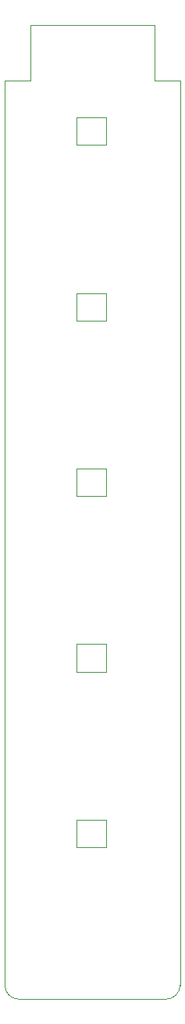
<source format=gm1>
G04 #@! TF.GenerationSoftware,KiCad,Pcbnew,7.0.8*
G04 #@! TF.CreationDate,2023-10-21T22:23:39-07:00*
G04 #@! TF.ProjectId,Seismos_5-Key,53656973-6d6f-4735-9f35-2d4b65792e6b,rev?*
G04 #@! TF.SameCoordinates,Original*
G04 #@! TF.FileFunction,Profile,NP*
%FSLAX46Y46*%
G04 Gerber Fmt 4.6, Leading zero omitted, Abs format (unit mm)*
G04 Created by KiCad (PCBNEW 7.0.8) date 2023-10-21 22:23:39*
%MOMM*%
%LPD*%
G01*
G04 APERTURE LIST*
G04 #@! TA.AperFunction,Profile*
%ADD10C,0.100000*%
G04 #@! TD*
G04 #@! TA.AperFunction,Profile*
%ADD11C,0.120000*%
G04 #@! TD*
G04 APERTURE END LIST*
D10*
X37500000Y-128939340D02*
X37500000Y-31000000D01*
X55000000Y-130439340D02*
X39000000Y-130439340D01*
X37500060Y-128939340D02*
G75*
G03*
X39000000Y-130439340I1499940J-60D01*
G01*
X40300000Y-25000000D02*
X40300000Y-31000000D01*
X37500000Y-31000000D02*
X40300000Y-31000000D01*
X56500000Y-31000000D02*
X53700000Y-31000000D01*
X55000000Y-130439400D02*
G75*
G03*
X56500000Y-128939340I-100J1500100D01*
G01*
X56500000Y-31000000D02*
X56500000Y-128939340D01*
X53700000Y-31000000D02*
X53700000Y-25000000D01*
X40300000Y-25000000D02*
X53700000Y-25000000D01*
D11*
X45238000Y-54008600D02*
X48478000Y-54008600D01*
X48478000Y-54008600D02*
X48478000Y-56995400D01*
X48478000Y-56995400D02*
X45238000Y-56995400D01*
X45238000Y-56995400D02*
X45238000Y-54008600D01*
X45238000Y-35008600D02*
X48478000Y-35008600D01*
X48478000Y-35008600D02*
X48478000Y-37995400D01*
X48478000Y-37995400D02*
X45238000Y-37995400D01*
X45238000Y-37995400D02*
X45238000Y-35008600D01*
X45238000Y-73008600D02*
X48478000Y-73008600D01*
X48478000Y-73008600D02*
X48478000Y-75995400D01*
X48478000Y-75995400D02*
X45238000Y-75995400D01*
X45238000Y-75995400D02*
X45238000Y-73008600D01*
X45238000Y-92008600D02*
X48478000Y-92008600D01*
X48478000Y-92008600D02*
X48478000Y-94995400D01*
X48478000Y-94995400D02*
X45238000Y-94995400D01*
X45238000Y-94995400D02*
X45238000Y-92008600D01*
X45238000Y-111008600D02*
X48478000Y-111008600D01*
X48478000Y-111008600D02*
X48478000Y-113995400D01*
X48478000Y-113995400D02*
X45238000Y-113995400D01*
X45238000Y-113995400D02*
X45238000Y-111008600D01*
M02*

</source>
